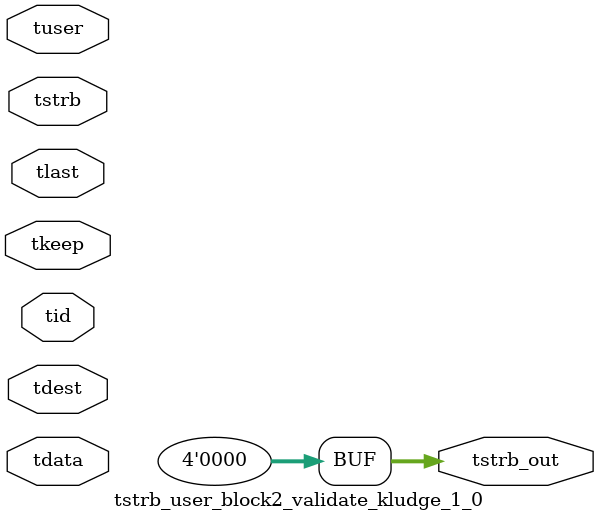
<source format=v>


`timescale 1ps/1ps

module tstrb_user_block2_validate_kludge_1_0 #
(
parameter C_S_AXIS_TDATA_WIDTH = 32,
parameter C_S_AXIS_TUSER_WIDTH = 0,
parameter C_S_AXIS_TID_WIDTH   = 0,
parameter C_S_AXIS_TDEST_WIDTH = 0,
parameter C_M_AXIS_TDATA_WIDTH = 32
)
(
input  [(C_S_AXIS_TDATA_WIDTH == 0 ? 1 : C_S_AXIS_TDATA_WIDTH)-1:0     ] tdata,
input  [(C_S_AXIS_TUSER_WIDTH == 0 ? 1 : C_S_AXIS_TUSER_WIDTH)-1:0     ] tuser,
input  [(C_S_AXIS_TID_WIDTH   == 0 ? 1 : C_S_AXIS_TID_WIDTH)-1:0       ] tid,
input  [(C_S_AXIS_TDEST_WIDTH == 0 ? 1 : C_S_AXIS_TDEST_WIDTH)-1:0     ] tdest,
input  [(C_S_AXIS_TDATA_WIDTH/8)-1:0 ] tkeep,
input  [(C_S_AXIS_TDATA_WIDTH/8)-1:0 ] tstrb,
input                                                                    tlast,
output [(C_M_AXIS_TDATA_WIDTH/8)-1:0 ] tstrb_out
);

assign tstrb_out = {1'b0};

endmodule


</source>
